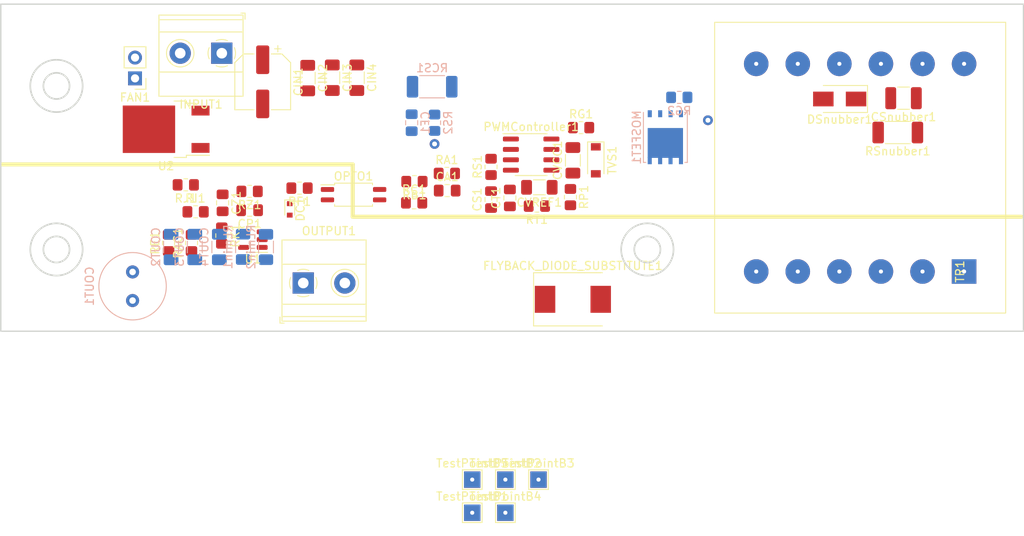
<source format=kicad_pcb>
(kicad_pcb (version 20211014) (generator pcbnew)
  (layers (0 "F.Cu" signal) (31 "B.Cu" signal) (34 "B.Paste" user) (35 "F.Paste" user) (36 "B.SilkS" user "B.Silkscreen") (37 "F.SilkS" user "F.Silkscreen") (38 "B.Mask" user) (39 "F.Mask" user) (44 "Edge.Cuts" user))
  (net 0 "")
  (net 1 "Net-(CSnubber1-Pad2)")
  (net 2 "Net-(FLYBACK_DIODE_SUBSTITUTE1-Pad2)")
  (net 3 "Net-(MOSFET1-Pad1)")
  (net 4 "Net-(MOSFET1-Pad4)")
  (net 5 "Net-(DSnubber1-Pad2)")
  (net 6 "Net-(CIN1-Pad1)")
  (net 7 "Net-(OPTO1-Pad1)")
  (net 8 "Net-(CP1-Pad1)")
  (net 9 "Net-(OPTO1-Pad3)")
  (net 10 "Net-(CVREF1-Pad1)")
  (net 11 "Net-(CA1-Pad2)")
  (net 12 "Net-(CA1-Pad1)")
  (net 13 "GND")
  (net 14 "Net-(PWMController1-Pad6)")
  (net 15 "Net-(CF1-Pad1)")
  (net 16 "GND1")
  (net 17 "Net-(CS1-Pad1)")
  (net 18 "Net-(CVCC1-Pad2)")
  (net 19 "Net-(RAC1-Pad2)")
  (net 20 "Net-(COUT1-Pad1)")
  (net 21 "Net-(CP1-Pad2)")
  (net 22 "Net-(CS1-Pad2)")
  (net 23 "Net-(CZ1-Pad1)")
  (net 24 "Net-(DC1-Pad1)")
  (footprint "Resistor_SMD:R_0805_2012Metric_Pad1.20x1.40mm_HandSolder" (layer "F.Cu") (at 37.6 37.1 180)
    (fp_text reference "RJ1" (at 0 -1.65) (layer "F.SilkS"))
    (fp_text value "R")
    (fp_line (start -0.227064 0.735) (end 0.227064 0.735) (layer "F.SilkS") (width 0.12))
    (fp_line (start -0.227064 -0.735) (end 0.227064 -0.735) (layer "F.SilkS") (width 0.12))
    (pad "1" smd roundrect (at -1 0 180) (size 1.2 1.4) (layers "F.Cu" "F.Paste" "F.Mask") (roundrect_rratio 0.208333) (net 8 "Net-(CP1-Pad1)"))
    (pad "2" smd roundrect (at 1 0 180) (size 1.2 1.4) (layers "F.Cu" "F.Paste" "F.Mask") (roundrect_rratio 0.208333) (net 24 "Net-(DC1-Pad1)"))
  )
  (footprint "Package_TO_SOT_SMD:TO-252-2" (layer "F.Cu") (at 35.2 30.3 180)
    (fp_text reference "U2" (at 0 -4.5) (layer "F.SilkS"))
    (fp_text value "LM7812_TO220")
    (fp_line (start -0.97 3.45) (end -2.47 3.45) (layer "F.SilkS") (width 0.12))
    (fp_line (start -2.47 3.18) (end -3.57 3.18) (layer "F.SilkS") (width 0.12))
    (fp_line (start -2.47 3.45) (end -2.47 3.18) (layer "F.SilkS") (width 0.12))
    (fp_line (start -2.47 -3.45) (end -2.47 -3.18) (layer "F.SilkS") (width 0.12))
    (fp_line (start -2.47 -3.18) (end -5.3 -3.18) (layer "F.SilkS") (width 0.12))
    (fp_line (start -0.97 -3.45) (end -2.47 -3.45) (layer "F.SilkS") (width 0.12))
    (pad "1" smd rect (at -4.2 -2.28 180) (size 2.2 1.2) (layers "F.Cu" "F.Paste" "F.Mask") (net 6 "Net-(CIN1-Pad1)"))
    (pad "2" smd rect (at 2.1 0 180) (size 6.4 5.8) (layers "F.Cu" "F.Mask") (net 13 "GND"))
    (pad "3" smd rect (at -4.2 2.28 180) (size 2.2 1.2) (layers "F.Cu" "F.Paste" "F.Mask") (net 18 "Net-(CVCC1-Pad2)"))
  )
  (footprint "kutup:sevgi-kafkasi" (layer "F.Cu") (at 132.7 47.7 90)
    (fp_text reference "TR1" (at 0 -0.5 90 unlocked) (layer "F.SilkS"))
    (fp_text value "ADT1-1")
    (fp_rect (start 30.48 5.08) (end -5.08 -30.48) (layer "F.SilkS") (width 0.12) (fill none))
    (pad "1" thru_hole rect (at 0 0 90) (size 3 3) (drill 0.5) (layers *.Cu *.Mask))
    (pad "2" thru_hole circle (at 0 -5.08 90) (size 3 3) (drill 0.5) (layers *.Cu *.Mask) (net 2 "Net-(FLYBACK_DIODE_SUBSTITUTE1-Pad2)"))
    (pad "3" thru_hole circle (at 0 -10.16 90) (size 3 3) (drill 0.5) (layers *.Cu *.Mask))
    (pad "4" thru_hole circle (at 0 -15.24 90) (size 3 3) (drill 0.5) (layers *.Cu *.Mask))
    (pad "5" thru_hole circle (at 0 -20.32 90) (size 3 3) (drill 0.5) (layers *.Cu *.Mask) (net 16 "GND1"))
    (pad "6" thru_hole circle (at 0 -25.4 90) (size 3 3) (drill 0.5) (layers *.Cu *.Mask))
    (pad "7" thru_hole circle (at 25.4 -25.4 90) (size 3 3) (drill 0.5) (layers *.Cu *.Mask))
    (pad "8" thru_hole circle (at 25.4 -20.32 90) (size 3 3) (drill 0.5) (layers *.Cu *.Mask) (net 5 "Net-(DSnubber1-Pad2)"))
    (pad "9" thru_hole circle (at 25.4 -15.24 90) (size 3 3) (drill 0.5) (layers *.Cu *.Mask))
    (pad "10" thru_hole circle (at 25.4 -10.16 90) (size 3 3) (drill 0.5) (layers *.Cu *.Mask))
    (pad "11" thru_hole circle (at 25.4 -5.08 90) (size 3 3) (drill 0.5) (layers *.Cu *.Mask) (net 6 "Net-(CIN1-Pad1)"))
    (pad "12" thru_hole circle (at 25.4 0 90) (size 3 3) (drill 0.5) (layers *.Cu *.Mask))
  )
  (footprint "Capacitor_SMD:C_1206_3216Metric_Pad1.33x1.80mm_HandSolder" (layer "F.Cu") (at 52.5 24.04 -90)
    (fp_text reference "CIN2" (at 0 -1.85 90) (layer "F.SilkS"))
    (fp_text value "10uF")
    (fp_line (start -0.711252 -0.91) (end 0.711252 -0.91) (layer "F.SilkS") (width 0.12))
    (fp_line (start -0.711252 0.91) (end 0.711252 0.91) (layer "F.SilkS") (width 0.12))
    (pad "1" smd roundrect (at -1.5625 0 270) (size 1.325 1.8) (layers "F.Cu" "F.Paste" "F.Mask") (roundrect_rratio 0.188679) (net 6 "Net-(CIN1-Pad1)"))
    (pad "2" smd roundrect (at 1.5625 0 270) (size 1.325 1.8) (layers "F.Cu" "F.Paste" "F.Mask") (roundrect_rratio 0.188679) (net 13 "GND"))
  )
  (footprint "Package_TO_SOT_SMD:SOT-23-5" (layer "F.Cu") (at 45.8 43.8 180)
    (fp_text reference "U1" (at 0 -2.4) (layer "F.SilkS"))
    (fp_text value "TL431DBV")
    (fp_line (start 0 1.56) (end 0.8 1.56) (layer "F.SilkS") (width 0.12))
    (fp_line (start 0 1.56) (end -0.8 1.56) (layer "F.SilkS") (width 0.12))
    (fp_line (start 0 -1.56) (end 0.8 -1.56) (layer "F.SilkS") (width 0.12))
    (fp_line (start 0 -1.56) (end -1.8 -1.56) (layer "F.SilkS") (width 0.12))
    (pad "1" smd roundrect (at -1.1375 -0.95 180) (size 1.325 0.6) (layers "F.Cu" "F.Paste" "F.Mask"))
    (pad "2" smd roundrect (at -1.1375 0 180) (size 1.325 0.6) (layers "F.Cu" "F.Paste" "F.Mask"))
    (pad "3" smd roundrect (at -1.1375 0.95 180) (size 1.325 0.6) (layers "F.Cu" "F.Paste" "F.Mask") (net 8 "Net-(CP1-Pad1)"))
    (pad "4" smd roundrect (at 1.1375 0.95 180) (size 1.325 0.6) (layers "F.Cu" "F.Paste" "F.Mask") (net 21 "Net-(CP1-Pad2)"))
    (pad "5" smd roundrect (at 1.1375 -0.95 180) (size 1.325 0.6) (layers "F.Cu" "F.Paste" "F.Mask") (net 16 "GND1"))
  )
  (footprint "Resistor_SMD:R_0805_2012Metric_Pad1.20x1.40mm_HandSolder" (layer "F.Cu") (at 42 43.3 -90)
    (fp_text reference "RK1" (at 0 -1.65 90) (layer "F.SilkS"))
    (fp_text value "R")
    (fp_line (start -0.227064 0.735) (end 0.227064 0.735) (layer "F.SilkS") (width 0.12))
    (fp_line (start -0.227064 -0.735) (end 0.227064 -0.735) (layer "F.SilkS") (width 0.12))
    (pad "1" smd roundrect (at -1 0 270) (size 1.2 1.4) (layers "F.Cu" "F.Paste" "F.Mask") (roundrect_rratio 0.208333) (net 21 "Net-(CP1-Pad2)"))
    (pad "2" smd roundrect (at 1 0 270) (size 1.2 1.4) (layers "F.Cu" "F.Paste" "F.Mask") (roundrect_rratio 0.208333) (net 16 "GND1"))
  )
  (footprint "kutup:TestPoint_THTPad_2.0x2.0mm_Drill1.0mm" (layer "F.Cu") (at 72.6 73.15)
    (fp_text reference "TestPointB5" (at 0 -1.998) (layer "F.SilkS"))
    (fp_text value "Conn_01x01_Female")
    (fp_line (start 1.2 1.2) (end -1.2 1.2) (layer "F.SilkS") (width 0.12))
    (fp_line (start -1.2 -1.2) (end 1.2 -1.2) (layer "F.SilkS") (width 0.12))
    (fp_line (start -1.2 1.2) (end -1.2 -1.2) (layer "F.SilkS") (width 0.12))
    (fp_line (start 1.2 -1.2) (end 1.2 1.2) (layer "F.SilkS") (width 0.12))
    (pad "1" thru_hole rect (at 0 0) (size 2 2) (drill 0.5) (layers *.Cu *.Mask) (net 19 "Net-(RAC1-Pad2)"))
  )
  (footprint "Resistor_SMD:R_0805_2012Metric_Pad1.20x1.40mm_HandSolder" (layer "F.Cu") (at 38.3 44.2 90)
    (fp_text reference "RAC1" (at 0 -1.65 90) (layer "F.SilkS"))
    (fp_text value "R")
    (fp_line (start -0.227064 -0.735) (end 0.227064 -0.735) (layer "F.SilkS") (width 0.12))
    (fp_line (start -0.227064 0.735) (end 0.227064 0.735) (layer "F.SilkS") (width 0.12))
    (pad "1" smd roundrect (at -1 0 90) (size 1.2 1.4) (layers "F.Cu" "F.Paste" "F.Mask") (roundrect_rratio 0.208333) (net 20 "Net-(COUT1-Pad1)"))
    (pad "2" smd roundrect (at 1 0 90) (size 1.2 1.4) (layers "F.Cu" "F.Paste" "F.Mask") (roundrect_rratio 0.208333) (net 19 "Net-(RAC1-Pad2)"))
  )
  (footprint "Resistor_SMD:R_0805_2012Metric_Pad1.20x1.40mm_HandSolder" (layer "F.Cu") (at 45.4 37.9 180)
    (fp_text reference "RZ1" (at 0 -1.65) (layer "F.SilkS"))
    (fp_text value "R")
    (fp_line (start -0.227064 0.735) (end 0.227064 0.735) (layer "F.SilkS") (width 0.12))
    (fp_line (start -0.227064 -0.735) (end 0.227064 -0.735) (layer "F.SilkS") (width 0.12))
    (pad "1" smd roundrect (at -1 0 180) (size 1.2 1.4) (layers "F.Cu" "F.Paste" "F.Mask") (roundrect_rratio 0.208333) (net 8 "Net-(CP1-Pad1)"))
    (pad "2" smd roundrect (at 1 0 180) (size 1.2 1.4) (layers "F.Cu" "F.Paste" "F.Mask") (roundrect_rratio 0.208333) (net 23 "Net-(CZ1-Pad1)"))
  )
  (footprint "Capacitor_SMD:CP_Elec_6.3x7.7" (layer "F.Cu") (at 47 24.5 -90)
    (fp_text reference "CIN1" (at 0 -4.35 90) (layer "F.SilkS"))
    (fp_text value "47uF")
    (fp_line (start 3.41 3.41) (end 3.41 1.06) (layer "F.SilkS") (width 0.12))
    (fp_line (start -3.41 -2.345563) (end -2.345563 -3.41) (layer "F.SilkS") (width 0.12))
    (fp_line (start -2.345563 3.41) (end 3.41 3.41) (layer "F.SilkS") (width 0.12))
    (fp_line (start -3.41 2.345563) (end -2.345563 3.41) (layer "F.SilkS") (width 0.12))
    (fp_line (start -4.4375 -1.8475) (end -3.65 -1.8475) (layer "F.SilkS") (width 0.12))
    (fp_line (start -4.04375 -2.24125) (end -4.04375 -1.45375) (layer "F.SilkS") (width 0.12))
    (fp_line (start -3.41 -2.345563) (end -3.41 -1.06) (layer "F.SilkS") (width 0.12))
    (fp_line (start 3.41 -3.41) (end 3.41 -1.06) (layer "F.SilkS") (width 0.12))
    (fp_line (start -2.345563 -3.41) (end 3.41 -3.41) (layer "F.SilkS") (width 0.12))
    (fp_line (start -3.41 2.345563) (end -3.41 1.06) (layer "F.SilkS") (width 0.12))
    (pad "1" smd roundrect (at -2.7 0 270) (size 3.5 1.6) (layers "F.Cu" "F.Paste" "F.Mask") (roundrect_rratio 0.15625) (net 6 "Net-(CIN1-Pad1)"))
    (pad "2" smd roundrect (at 2.7 0 270) (size 3.5 1.6) (layers "F.Cu" "F.Paste" "F.Mask") (roundrect_rratio 0.15625) (net 13 "GND"))
  )
  (footprint "Package_SO:SOIC-8_3.9x4.9mm_P1.27mm" (layer "F.Cu") (at 79.8 33.4)
    (fp_text reference "PWMController1" (at 0 -3.4) (layer "F.SilkS"))
    (fp_text value "UC3843_SOIC8")
    (fp_line (start 0 -2.56) (end -3.45 -2.56) (layer "F.SilkS") (width 0.12))
    (fp_line (start 0 -2.56) (end 1.95 -2.56) (layer "F.SilkS") (width 0.12))
    (fp_line (start 0 2.56) (end 1.95 2.56) (layer "F.SilkS") (width 0.12))
    (fp_line (start 0 2.56) (end -1.95 2.56) (layer "F.SilkS") (width 0.12))
    (pad "1" smd roundrect (at -2.475 -1.905) (size 1.95 0.6) (layers "F.Cu" "F.Paste" "F.Mask") (net 11 "Net-(CA1-Pad2)"))
    (pad "2" smd roundrect (at -2.475 -0.635) (size 1.95 0.6) (layers "F.Cu" "F.Paste" "F.Mask") (net 12 "Net-(CA1-Pad1)"))
    (pad "3" smd roundrect (at -2.475 0.635) (size 1.95 0.6) (layers "F.Cu" "F.Paste" "F.Mask") (net 15 "Net-(CF1-Pad1)"))
    (pad "4" smd roundrect (at -2.475 1.905) (size 1.95 0.6) (layers "F.Cu" "F.Paste" "F.Mask") (net 17 "Net-(CS1-Pad1)"))
    (pad "5" smd roundrect (at 2.475 1.905) (size 1.95 0.6) (layers "F.Cu" "F.Paste" "F.Mask") (net 13 "GND"))
    (pad "6" smd roundrect (at 2.475 0.635) (size 1.95 0.6) (layers "F.Cu" "F.Paste" "F.Mask") (net 14 "Net-(PWMController1-Pad6)"))
    (pad "7" smd roundrect (at 2.475 -0.635) (size 1.95 0.6) (layers "F.Cu" "F.Paste" "F.Mask") (net 18 "Net-(CVCC1-Pad2)"))
    (pad "8" smd roundrect (at 2.475 -1.905) (size 1.95 0.6) (layers "F.Cu" "F.Paste" "F.Mask") (net 10 "Net-(CVREF1-Pad1)"))
  )
  (footprint "kutup:TestPoint_THTPad_2.0x2.0mm_Drill1.0mm" (layer "F.Cu") (at 72.6 77.2)
    (fp_text reference "TestPointB1" (at 0 -1.998) (layer "F.SilkS"))
    (fp_text value "Conn_01x01_Female")
    (fp_line (start 1.2 1.2) (end -1.2 1.2) (layer "F.SilkS") (width 0.12))
    (fp_line (start 1.2 -1.2) (end 1.2 1.2) (layer "F.SilkS") (width 0.12))
    (fp_line (start -1.2 -1.2) (end 1.2 -1.2) (layer "F.SilkS") (width 0.12))
    (fp_line (start -1.2 1.2) (end -1.2 -1.2) (layer "F.SilkS") (width 0.12))
    (pad "1" thru_hole rect (at 0 0) (size 2 2) (drill 0.5) (layers *.Cu *.Mask) (net 9 "Net-(OPTO1-Pad3)"))
  )
  (footprint "Resistor_SMD:R_0805_2012Metric_Pad1.20x1.40mm_HandSolder" (layer "F.Cu") (at 84.6 38.6 -90)
    (fp_text reference "RP1" (at 0 -1.65 90) (layer "F.SilkS"))
    (fp_text value "R")
    (fp_line (start -0.227064 -0.735) (end 0.227064 -0.735) (layer "F.SilkS") (width 0.12))
    (fp_line (start -0.227064 0.735) (end 0.227064 0.735) (layer "F.SilkS") (width 0.12))
    (pad "1" smd roundrect (at -1 0 270) (size 1.2 1.4) (layers "F.Cu" "F.Paste" "F.Mask") (roundrect_rratio 0.208333) (net 10 "Net-(CVREF1-Pad1)"))
    (pad "2" smd roundrect (at 1 0 270) (size 1.2 1.4) (layers "F.Cu" "F.Paste" "F.Mask") (roundrect_rratio 0.208333) (net 15 "Net-(CF1-Pad1)"))
  )
  (footprint "TerminalBlock_Phoenix:TerminalBlock_Phoenix_MKDS-1,5-2-5.08_1x02_P5.08mm_Horizontal" (layer "F.Cu") (at 51.955 49.105)
    (fp_text reference "OUTPUT1" (at 3.14 -6.36) (layer "F.SilkS"))
    (fp_text value "Conn_01x02_Female")
    (fp_line (start 7.68 -5.261) (end 7.68 4.66) (layer "F.SilkS") (width 0.12))
    (fp_line (start -2.84 4.9) (end -2.34 4.9) (layer "F.SilkS") (width 0.12))
    (fp_line (start 3.853 1.023) (end 3.806 1.069) (layer "F.SilkS") (width 0.12))
    (fp_line (start 4.046 1.239) (end 4.011 1.274) (layer "F.SilkS") (width 0.12))
    (fp_line (start 6.355 -1.069) (end 6.308 -1.023) (layer "F.SilkS") (width 0.12))
    (fp_line (start -2.84 4.16) (end -2.84 4.9) (layer "F.SilkS") (width 0.12))
    (fp_line (start -2.6 -2.301) (end 7.68 -2.301) (layer "F.SilkS") (width 0.12))
    (fp_line (start -2.6 4.1) (end 7.68 4.1) (layer "F.SilkS") (width 0.12))
    (fp_line (start -2.6 2.6) (end 7.68 2.6) (layer "F.SilkS") (width 0.12))
    (fp_line (start 6.15 -1.275) (end 6.115 -1.239) (layer "F.SilkS") (width 0.12))
    (fp_line (start -2.6 -5.261) (end -2.6 4.66) (layer "F.SilkS") (width 0.12))
    (fp_line (start -2.6 4.66) (end 7.68 4.66) (layer "F.SilkS") (width 0.12))
    (fp_line (start -2.6 -5.261) (end 7.68 -5.261) (layer "F.SilkS") (width 0.12))
    (fp_arc (start 1.535427 -0.683042) (mid 1.680501 0.000524) (end 1.535 0.684) (layer "F.SilkS") (width 0.12))
    (fp_arc (start 0.028805 1.680253) (mid -0.335551 1.646659) (end -0.684 1.535) (layer "F.SilkS") (width 0.12))
    (fp_arc (start 0.683318 1.534756) (mid 0.349292 1.643288) (end 0 1.68) (layer "F.SilkS") (width 0.12))
    (fp_arc (start -0.683042 -1.535427) (mid 0.000524 -1.680501) (end 0.684 -1.535) (layer "F.SilkS") (width 0.12))
    (fp_arc (start -1.535427 0.683042) (mid -1.680501 -0.000524) (end -1.535 -0.684) (layer "F.SilkS") (width 0.12))
    (fp_circle (center 5.08 0) (end 6.76 0) (layer "F.SilkS") (width 0.12) (fill none))
    (pad "1" thru_hole rect (at 0 0) (size 2.6 2.6) (drill 1.3) (layers *.Cu *.Mask) (net 16 "GND1"))
    (pad "2" thru_hole circle (at 5.08 0) (size 2.6 2.6) (drill 1.3) (layers *.Cu *.Mask) (net 20 "Net-(COUT1-Pad1)"))
  )
  (footprint "Resistor_SMD:R_0805_2012Metric_Pad1.20x1.40mm_HandSolder" (layer "F.Cu") (at 65.5 39.3)
    (fp_text reference "RC1" (at 0 -1.65) (layer "F.SilkS"))
    (fp_text value "R")
    (fp_line (start -0.227064 0.735) (end 0.227064 0.735) (layer "F.SilkS") (width 0.12))
    (fp_line (start -0.227064 -0.735) (end 0.227064 -0.735) (layer "F.SilkS") (width 0.12))
    (pad "1" smd roundrect (at -1 0) (size 1.2 1.4) (layers "F.Cu" "F.Paste" "F.Mask") (roundrect_rratio 0.208333) (net 9 "Net-(OPTO1-Pad3)"))
    (pad "2" smd roundrect (at 1 0) (size 1.2 1.4) (layers "F.Cu" "F.Paste" "F.Mask") (roundrect_rratio 0.208333) (net 13 "GND"))
  )
  (footprint "Resistor_SMD:R_0805_2012Metric_Pad1.20x1.40mm_HandSolder" (layer "F.Cu") (at 51.5 37.5 180)
    (fp_text reference "RF1" (at 0 -1.65) (layer "F.SilkS"))
    (fp_text value "R")
    (fp_line (start -0.227064 0.735) (end 0.227064 0.735) (layer "F.SilkS") (width 0.12))
    (fp_line (start -0.227064 -0.735) (end 0.227064 -0.735) (layer "F.SilkS") (width 0.12))
    (pad "1" smd roundrect (at -1 0 180) (size 1.2 1.4) (layers "F.Cu" "F.Paste" "F.Mask") (roundrect_rratio 0.208333) (net 7 "Net-(OPTO1-Pad1)"))
    (pad "2" smd roundrect (at 1 0 180) (size 1.2 1.4) (layers "F.Cu" "F.Paste" "F.Mask") (roundrect_rratio 0.208333) (net 24 "Net-(DC1-Pad1)"))
  )
  (footprint "Resistor_SMD:R_0805_2012Metric_Pad1.20x1.40mm_HandSolder" (layer "F.Cu") (at 65.5375 36.7 180)
    (fp_text reference "RB1" (at 0 -1.65) (layer "F.SilkS"))
    (fp_text value "R")
    (fp_line (start -0.227064 0.735) (end 0.227064 0.735) (layer "F.SilkS") (width 0.12))
    (fp_line (start -0.227064 -0.735) (end 0.227064 -0.735) (layer "F.SilkS") (width 0.12))
    (pad "1" smd roundrect (at -1 0 180) (size 1.2 1.4) (layers "F.Cu" "F.Paste" "F.Mask") (roundrect_rratio 0.208333) (net 12 "Net-(CA1-Pad1)"))
    (pad "2" smd roundrect (at 1 0 180) (size 1.2 1.4) (layers "F.Cu" "F.Paste" "F.Mask") (roundrect_rratio 0.208333) (net 9 "Net-(OPTO1-Pad3)"))
  )
  (footprint "Resistor_SMD:R_0805_2012Metric_Pad1.20x1.40mm_HandSolder" (layer "F.Cu") (at 69.5 35.7)
    (fp_text reference "RA1" (at 0 -1.65) (layer "F.SilkS"))
    (fp_text value "R")
    (fp_line (start -0.227064 -0.735) (end 0.227064 -0.735) (layer "F.SilkS") (width 0.12))
    (fp_line (start -0.227064 0.735) (end 0.227064 0.735) (layer "F.SilkS") (width 0.12))
    (pad "1" smd roundrect (at -1 0) (size 1.2 1.4) (layers "F.Cu" "F.Paste" "F.Mask") (roundrect_rratio 0.208333) (net 12 "Net-(CA1-Pad1)"))
    (pad "2" smd roundrect (at 1 0) (size 1.2 1.4) (layers "F.Cu" "F.Paste" "F.Mask") (roundrect_rratio 0.208333) (net 11 "Net-(CA1-Pad2)"))
  )
  (footprint "Diode_SMD:D_SMC" (layer "F.Cu") (at 84.9 51.1)
    (fp_text reference "FLYBACK_DIODE_SUBSTITUTE1" (at 0 -4.1) (layer "F.SilkS"))
    (fp_text value "Z3SMCxxx")
    (fp_line (start -4.8 -3.25) (end 3.6 -3.25) (layer "F.SilkS") (width 0.12))
    (fp_line (start -4.8 3.25) (end -4.8 -3.25) (layer "F.SilkS") (width 0.12))
    (fp_line (start -4.8 3.25) (end 3.6 3.25) (layer "F.SilkS") (width 0.12))
    (pad "1" smd rect (at -3.4 0 90) (size 3.3 2.5) (layers "F.Cu" "F.Paste" "F.Mask") (net 20 "Net-(COUT1-Pad1)"))
    (pad "2" smd rect (at 3.4 0 90) (size 3.3 2.5) (layers "F.Cu" "F.Paste" "F.Mask") (net 2 "Net-(FLYBACK_DIODE_SUBSTITUTE1-Pad2)"))
  )
  (footprint "Capacitor_SMD:C_1206_3216Metric_Pad1.33x1.80mm_HandSolder" (layer "F.Cu") (at 58.5 24 -90)
    (fp_text reference "CIN4" (at 0 -1.85 90) (layer "F.SilkS"))
    (fp_text value "100nF")
    (fp_line (start -0.711252 0.91) (end 0.711252 0.91) (layer "F.SilkS") (width 0.12))
    (fp_line (start -0.711252 -0.91) (end 0.711252 -0.91) (layer "F.SilkS") (width 0.12))
    (pad "1" smd roundrect (at -1.5625 0 270) (size 1.325 1.8) (layers "F.Cu" "F.Paste" "F.Mask") (roundrect_rratio 0.188679) (net 6 "Net-(CIN1-Pad1)"))
    (pad "2" smd roundrect (at 1.5625 0 270) (size 1.325 1.8) (layers "F.Cu" "F.Paste" "F.Mask") (roundrect_rratio 0.188679) (net 13 "GND"))
  )
  (footprint "Diode_SMD:D_SOD-123" (layer "F.Cu") (at 87.7 34.1 -90)
    (fp_text reference "TVS1" (at 0 -2 -90) (layer "F.SilkS"))
    (fp_text value "MBRA340")
    (fp_line (start -2.25 -1) (end -2.25 1) (layer "F.SilkS") (width 0.12))
    (fp_line (start -2.25 -1) (end 1.65 -1) (layer "F.SilkS") (width 0.12))
    (fp_line (start -2.25 1) (end 1.65 1) (layer "F.SilkS") (width 0.12))
    (pad "1" smd rect (at -1.65 0 270) (size 0.9 1.2) (layers "F.Cu" "F.Paste" "F.Mask") (net 18 "Net-(CVCC1-Pad2)"))
    (pad "2" smd rect (at 1.65 0 270) (size 0.9 1.2) (layers "F.Cu" "F.Paste" "F.Mask") (net 13 "GND"))
  )
  (footprint "kutup:TestPoint_THTPad_2.0x2.0mm_Drill1.0mm" (layer "F.Cu") (at 80.7 73.15)
    (fp_text reference "TestPointB3" (at 0 -1.998) (layer "F.SilkS"))
    (fp_text value "Conn_01x01_Female")
    (fp_line (start 1.2 1.2) (end -1.2 1.2) (layer "F.SilkS") (width 0.12))
    (fp_line (start -1.2 -1.2) (end 1.2 -1.2) (layer "F.SilkS") (width 0.12))
    (fp_line (start -1.2 1.2) (end -1.2 -1.2) (layer "F.SilkS") (width 0.12))
    (fp_line (start 1.2 -1.2) (end 1.2 1.2) (layer "F.SilkS") (width 0.12))
    (pad "1" thru_hole rect (at 0 0) (size 2 2) (drill 0.5) (layers *.Cu *.Mask) (net 8 "Net-(CP1-Pad1)"))
  )
  (footprint "Capacitor_SMD:C_1210_3225Metric_Pad1.33x2.70mm_HandSolder" (layer "F.Cu") (at 125.3 26.5 180)
    (fp_text reference "CSnubber1" (at 0 -2.3) (layer "F.SilkS"))
    (fp_text value "C")
    (fp_line (start -0.711252 1.36) (end 0.711252 1.36) (layer "F.SilkS") (width 0.12))
    (fp_line (start -0.711252 -1.36) (end 0.711252 -1.36) (layer "F.SilkS") (width 0.12))
    (pad "1" smd roundrect (at -1.5625 0 180) (size 1.325 2.7) (layers "F.Cu" "F.Paste" "F.Mask") (roundrect_rratio 0.188679) (net 6 "Net-(CIN1-Pad1)"))
    (pad "2" smd roundrect (at 1.5625 0 180) (size 1.325 2.7) (layers "F.Cu" "F.Paste" "F.Mask") (roundrect_rratio 0.188679) (net 1 "Net-(CSnubber1-Pad2)"))
  )
  (footprint "kutup:TestPoint_THTPad_2.0x2.0mm_Drill1.0mm" (layer "F.Cu") (at 76.65 73.15)
    (fp_text reference "TestPointB2" (at 0 -1.998) (layer "F.SilkS"))
    (fp_text value "Conn_01x01_Female")
    (fp_line (start 1.2 1.2) (end -1.2 1.2) (layer "F.SilkS") (width 0.12))
    (fp_line (start -1.2 1.2) (end -1.2 -1.2) (layer "F.SilkS") (width 0.12))
    (fp_line (start 1.2 -1.2) (end 1.2 1.2) (layer "F.SilkS") (width 0.12))
    (fp_line (start -1.2 -1.2) (end 1.2 -1.2) (layer "F.SilkS") (width 0.12))
    (pad "1" thru_hole rect (at 0 0) (size 2 2) (drill 0.5) (layers *.Cu *.Mask) (net 11 "Net-(CA1-Pad2)"))
  )
  (footprint "Resistor_SMD:R_0805_2012Metric_Pad1.20x1.40mm_HandSolder" (layer "F.Cu") (at 85.9 30.1)
    (fp_text reference "RG1" (at 0 -1.65) (layer "F.SilkS"))
    (fp_text value "R")
    (fp_line (start -0.227064 0.735) (end 0.227064 0.735) (layer "F.SilkS") (width 0.12))
    (fp_line (start -0.227064 -0.735) (end 0.227064 -0.735) (layer "F.SilkS") (width 0.12))
    (pad "1" smd roundrect (at -1 0) (size 1.2 1.4) (layers "F.Cu" "F.Paste" "F.Mask") (roundrect_rratio 0.208333) (net 14 "Net-(PWMController1-Pad6)"))
    (pad "2" smd roundrect (at 1 0) (size 1.2 1.4) (layers "F.Cu" "F.Paste" "F.Mask") (roundrect_rratio 0.208333) (net 4 "Net-(MOSFET1-Pad4)"))
  )
  (footprint "Capacitor_SMD:C_0805_2012Metric_Pad1.18x1.45mm_HandSolder" (layer "F.Cu") (at 74.9 38.9 90)
    (fp_text reference "CS1" (at 0 -1.68 90) (layer "F.SilkS"))
    (fp_text value "C")
    (fp_line (start -0.261252 0.735) (end 0.261252 0.735) (layer "F.SilkS") (width 0.12))
    (fp_line (start -0.261252 -0.735) (end 0.261252 -0.735) (layer "F.SilkS") (width 0.12))
    (pad "1" smd roundrect (at -1.0375 0 90) (size 1.175 1.45) (layers "F.Cu" "F.Paste" "F.Mask") (roundrect_rratio 0.212766) (net 17 "Net-(CS1-Pad1)"))
    (pad "2" smd roundrect (at 1.0375 0 90) (size 1.175 1.45) (layers "F.Cu" "F.Paste" "F.Mask") (roundrect_rratio 0.212766) (net 22 "Net-(CS1-Pad2)"))
  )
  (footprint "Resistor_SMD:R_0805_2012Metric_Pad1.20x1.40mm_HandSolder" (layer "F.Cu") (at 38.8 40.4)
    (fp_text reference "RI1" (at 0 -1.65) (layer "F.SilkS"))
    (fp_text value "R")
    (fp_line (start -0.227064 -0.735) (end 0.227064 -0.735) (layer "F.SilkS") (width 0.12))
    (fp_line (start -0.227064 0.735) (end 0.227064 0.735) (layer "F.SilkS") (width 0.12))
    (pad "1" smd roundrect (at -1 0) (size 1.2 1.4) (layers "F.Cu" "F.Paste" "F.Mask") (roundrect_rratio 0.208333) (net 19 "Net-(RAC1-Pad2)"))
    (pad "2" smd roundrect (at 1 0) (size 1.2 1.4) (layers "F.Cu" "F.Paste" "F.Mask") (roundrect_rratio 0.208333) (net 21 "Net-(CP1-Pad2)"))
  )
  (footprint "Diode_SMD:D_SMA" (layer "F.Cu") (at 117.5 26.6 180)
    (fp_text reference "DSnubber1" (at 0 -2.5) (layer "F.SilkS"))
    (fp_text value "MBRA340")
    (fp_line (start -3.4 -1.65) (end -3.4 1.65) (layer "F.SilkS") (width 0.12))
    (fp_line (start -3.4 1.65) (end 2 1.65) (layer "F.SilkS") (width 0.12))
    (fp_line (start -3.4 -1.65) (end 2 -1.65) (layer "F.SilkS") (width 0.12))
    (pad "1" smd rect (at -2 0 180) (size 2.5 1.8) (layers "F.Cu" "F.Paste" "F.Mask") (net 1 "Net-(CSnubber1-Pad2)"))
    (pad "2" smd rect (at 2 0 180) (size 2.5 1.8) (layers "F.Cu" "F.Paste" "F.Mask") (net 5 "Net-(DSnubber1-Pad2)"))
  )
  (footprint "Capacitor_SMD:C_1206_3216Metric_Pad1.33x1.80mm_HandSolder" (layer "F.Cu") (at 80.8 37.4 180)
    (fp_text reference "CVREF1" (at 0 -1.85) (layer "F.SilkS"))
    (fp_text value "1uF")
    (fp_line (start -0.711252 0.91) (end 0.711252 0.91) (layer "F.SilkS") (width 0.12))
    (fp_line (start -0.711252 -0.91) (end 0.711252 -0.91) (layer "F.SilkS") (width 0.12))
    (pad "1" smd roundrect (at -1.5625 0 180) (size 1.325 1.8) (layers "F.Cu" "F.Paste" "F.Mask") (roundrect_rratio 0.188679) (net 10 "Net-(CVREF1-Pad1)"))
    (pad "2" smd roundrect (at 1.5625 0 180) (size 1.325 1.8) (layers "F.Cu" "F.Paste" "F.Mask") (roundrect_rratio 0.188679) (net 13 "GND"))
  )
  (footprint "kutup:TestPoint_THTPad_2.0x2.0mm_Drill1.0mm" (layer "F.Cu") (at 76.65 77.2)
    (fp_text reference "TestPointB4" (at 0 -1.998) (layer "F.SilkS"))
    (fp_text value "Conn_01x01_Female")
    (fp_line (start 1.2 -1.2) (end 1.2 1.2) (layer "F.SilkS") (width 0.12))
    (fp_line (start -1.2 1.2) (end -1.2 -1.2) (layer "F.SilkS") (width 0.12))
    (fp_line (start 1.2 1.2) (end -1.2 1.2) (layer "F.SilkS") (width 0.12))
    (fp_line (start -1.2 -1.2) (end 1.2 -1.2) (layer "F.SilkS") (width 0.12))
    (pad "1" thru_hole rect (at 0 0) (size 2 2) (drill 0.5) (layers *.Cu *.Mask) (net 20 "Net-(COUT1-Pad1)"))
  )
  (footprint "Capacitor_SMD:C_0805_2012Metric_Pad1.18x1.45mm_HandSolder" (layer "F.Cu") (at 69.5375 37.8)
    (fp_text reference "CA1" (at 0 -1.68) (layer "F.SilkS"))
    (fp_text value "C")
    (fp_line (start -0.261252 -0.735) (end 0.261252 -0.735) (layer "F.SilkS") (width 0.12))
    (fp_line (start -0.261252 0.735) (end 0.261252 0.735) (layer "F.SilkS") (width 0.12))
    (pad "1" smd roundrect (at -1.0375 0) (size 1.175 1.45) (layers "F.Cu" "F.Paste" "F.Mask") (roundrect_rratio 0.212766) (net 12 "Net-(CA1-Pad1)"))
    (pad "2" smd roundrect (at 1.0375 0) (size 1.175 1.45) (layers "F.Cu" "F.Paste" "F.Mask") (roundrect_rratio 0.212766) (net 11 "Net-(CA1-Pad2)"))
  )
  (footprint "Capacitor_SMD:C_0805_2012Metric_Pad1.18x1.45mm_HandSolder" (layer "F.Cu") (at 45.4 40.2 180)
    (fp_text reference "CP1" (at 0 -1.68) (layer "F.SilkS"))
    (fp_text value "C")
    (fp_line (start -0.261252 -0.735) (end 0.261252 -0.735) (layer "F.SilkS") (width 0.12))
    (fp_line (start -0.261252 0.735) (end 0.261252 0.735) (layer "F.SilkS") (width 0.12))
    (pad "1" smd roundrect (at -1.0375 0 180) (size 1.175 1.45) (layers "F.Cu" "F.Paste" "F.Mask") (roundrect_rratio 0.212766) (net 8 "Net-(CP1-Pad1)"))
    (pad "2" smd roundrect (at 1.0375 0 180) (size 1.175 1.45) (layers "F.Cu" "F.Paste" "F.Mask") (roundrect_rratio 0.212766) (net 21 "Net-(CP1-Pad2)"))
  )
  (footprint "Resistor_SMD:R_2010_5025Metric_Pad1.40x2.65mm_HandSolder" (layer "F.Cu") (at 124.6 30.7 180)
    (fp_text reference "RSnubber1" (at 0 -2.28) (layer "F.SilkS"))
    (fp_text value "R")
    (fp_line (start -1.527064 1.36) (end 1.527064 1.36) (layer "F.SilkS") (width 0.12))
    (fp_line (start -1.527064 -1.36) (end 1.527064 -1.36) (layer "F.SilkS") (width 0.12))
    (pad "1" smd roundrect (at -2.4 0 180) (size 1.4 2.65) (layers "F.Cu" "F.Paste" "F.Mask") (roundrect_rratio 0.178571) (net 6 "Net-(CIN1-Pad1)"))
    (pad "2" smd roundrect (at 2.4 0 180) (size 1.4 2.65) (layers "F.Cu" "F.Paste" "F.Mask") (roundrect_rratio 0.178571) (net 1 "Net-(CSnubber1-Pad2)"))
  )
  (footprint "Capacitor_SMD:C_1206_3216Metric_Pad1.33x1.80mm_HandSolder" (layer "F.Cu") (at 84.9 34.1 90)
    (fp_text reference "CVCC1" (at 0 -1.85 90) (layer "F.SilkS"))
    (fp_text value "1uF")
    (fp_line (start -0.711252 0.91) (end 0.711252 0.91) (layer "F.SilkS") (width 0.12))
    (fp_line (start -0.711252 -0.91) (end 0.711252 -0.91) (layer "F.SilkS") (width 0.12))
    (pad "1" smd roundrect (at -1.5625 0 90) (size 1.325 1.8) (layers "F.Cu" "F.Paste" "F.Mask") (roundrect_rratio 0.188679) (net 13 "GND"))
    (pad "2" smd roundrect (at 1.5625 0 90) (size 1.325 1.8) (layers "F.Cu" "F.Paste" "F.Mask") (roundrect_rratio 0.188679) (net 18 "Net-(CVCC1-Pad2)"))
  )
  (footprint "Resistor_SMD:R_0805_2012Metric_Pad1.20x1.40mm_HandSolder" (layer "F.Cu") (at 35.5 44.2 90)
    (fp_text reference "RE1" (at 0 -1.65 90) (layer "F.SilkS"))
    (fp_text value "R")
    (fp_line (start -0.227064 0.735) (end 0.227064 0.735) (layer "F.SilkS") (width 0.12))
    (fp_line (start -0.227064 -0.735) (end 0.227064 -0.735) (layer "F.SilkS") (width 0.12))
    (pad "1" smd roundrect (at -1 0 90) (size 1.2 1.4) (layers "F.Cu" "F.Paste" "F.Mask") (roundrect_rratio 0.208333) (net 20 "Net-(COUT1-Pad1)"))
    (pad "2" smd roundrect (at 1 0 90) (size 1.2 1.4) (layers "F.Cu" "F.Paste" "F.Mask") (roundrect_rratio 0.208333) (net 24 "Net-(DC1-Pad1)"))
  )
  (footprint "Capacitor_SMD:C_1206_3216Metric_Pad1.33x1.80mm_HandSolder" (layer "F.Cu") (at 55.5 24 -90)
    (fp_text reference "CIN3" (at 0 -1.85 90) (layer "F.SilkS"))
    (fp_text value "10uF")
    (fp_line (start -0.711252 -0.91) (end 0.711252 -0.91) (layer "F.SilkS") (width 0.12))
    (fp_line (start -0.711252 0.91) (end 0.711252 0.91) (layer "F.SilkS") (width 0.12))
    (pad "1" smd roundrect (at -1.5625 0 270) (size 1.325 1.8) (layers "F.Cu" "F.Paste" "F.Mask") (roundrect_rratio 0.188679) (net 6 "Net-(CIN1-Pad1)"))
    (pad "2" smd roundrect (at 1.5625 0 270) (size 1.325 1.8) (layers "F.Cu" "F.Paste" "F.Mask") (roundrect_rratio 0.188679) (net 13 "GND"))
  )
  (footprint "TerminalBlock_Phoenix:TerminalBlock_Phoenix_MKDS-1,5-2-5.08_1x02_P5.08mm_Horizontal" (layer "F.Cu") (at 42 21 180)
    (fp_text reference "INPUT1" (at 2.54 -6.26) (layer "F.SilkS"))
    (fp_text value "Conn_01x02_Female")
    (fp_line (start 7.68 -5.261) (end 7.68 4.66) (layer "F.SilkS") (width 0.12))
    (fp_line (start -2.6 -2.301) (end 7.68 -2.301) (layer "F.SilkS") (width 0.12))
    (fp_line (start 6.15 -1.275) (end 6.115 -1.239) (layer "F.SilkS") (width 0.12))
    (fp_line (start -2.6 2.6) (end 7.68 2.6) (layer "F.SilkS") (width 0.12))
    (fp_line (start -2.6 4.66) (end 7.68 4.66) (layer "F.SilkS") (width 0.12))
    (fp_line (start -2.6 -5.261) (end -2.6 4.66) (layer "F.SilkS") (width 0.12))
    (fp_line (start 4.046 1.239) (end 4.011 1.274) (layer "F.SilkS") (width 0.12))
    (fp_line (start -2.6 4.1) (end 7.68 4.1) (layer "F.SilkS") (width 0.12))
    (fp_line (start -2.84 4.9) (end -2.34 4.9) (layer "F.SilkS") (width 0.12))
    (fp_line (start 3.853 1.023) (end 3.806 1.069) (layer "F.SilkS") (width 0.12))
    (fp_line (start -2.84 4.16) (end -2.84 4.9) (layer "F.SilkS") (width 0.12))
    (fp_line (start 6.355 -1.069) (end 6.308 -1.023) (layer "F.SilkS") (width 0.12))
    (fp_line (start -2.6 -5.261) (end 7.68 -5.261) (layer "F.SilkS") (width 0.12))
    (fp_arc (start 0.683318 1.534756) (mid 0.349292 1.643288) (end 0 1.68) (layer "F.SilkS") (width 0.12))
    (fp_arc (start -1.535427 0.683042) (mid -1.680501 -0.000524) (end -1.535 -0.684) (layer "F.SilkS") (width 0.12))
    (fp_arc (start 1.535427 -0.683042) (mid 1.680501 0.000524) (end 1.535 0.684) (layer "F.SilkS") (width 0.12))
    (fp_arc (start -0.683042 -1.535427) (mid 0.000524 -1.680501) (end 0.684 -1.535) (layer "F.SilkS") (width 0.12))
    (fp_arc (start 0.028805 1.680253) (mid -0.335551 1.646659) (end -0.684 1.535) (layer "F.SilkS") (width 0.12))
    (fp_circle (center 5.08 0) (end 6.76 0) (layer "F.SilkS") (width 0.12) (fill none))
    (pad "1" thru_hole rect (at 0 0 180) (size 2.6 2.6) (drill 1.3) (layers *.Cu *.Mask) (net 13 "GND"))
    (pad "2" thru_hole circle (at 5.08 0 180) (size 2.6 2.6) (drill 1.3) (layers *.Cu *.Mask) (net 6 "Net-(CIN1-Pad1)"))
  )
  (footprint "Package_SO:SOP-4_4.4x2.6mm_P1.27mm" (layer "F.Cu") (at 58.1 38.3)
    (fp_text reference "OPTO1" (at 0 -2.25) (layer "F.SilkS"))
    (fp_text value "TCMT1107")
    (fp_line (start -2.31 1.41) (end -2.31 1.195) (layer "F.SilkS") (width 0.12))
    (fp_line (start 0 -1.41) (end -2.31 -1.41) (layer "F.SilkS") (width 0.12))
    (fp_line (start -2.31 -1.195) (end -4 -1.195) (layer "F.SilkS") (width 0.12))
    (fp_line (start 0 1.41) (end 2.31 1.41) (layer "F.SilkS") (width 0.12))
    (fp_line (start 2.31 -1.41) (end 2.31 -1.195) (layer "F.SilkS") (width 0.12))
    (fp_line (start -2.31 -1.41) (end -2.31 -1.195) (layer "F.SilkS") (width 0.12))
    (fp_line (start 0 1.41) (end -2.31 1.41) (layer "F.SilkS") (width 0.12))
    (fp_line (start 0 -1.41) (end 2.31 -1.41) (layer "F.SilkS") (width 0.12))
    (fp_line (start 2.31 1.41) (end 2.31 1.195) (layer "F.SilkS") (width 0.12))
    (pad "1" smd roundrect (at -3.1875 -0.635) (size 1.625 0.6) (layers "F.Cu" "F.Paste" "F.Mask") (net 7 "Net-(OPTO1-Pad1)"))
    (pad "2" smd roundrect (at -3.1875 0.635) (size 1.625 0.6) (layers "F.Cu" "F.Paste" "F.Mask") (net 8 "Net-(CP1-Pad1)"))
    (pad "3" smd roundrect (at 3.1875 0.635) (size 1.625 0.6) (layers "F.Cu" "F.Paste" "F.Mask") (net 9 "Net-(OPTO1-Pad3)"))
    (pad "4" smd roundrect (at 3.1875 -0.635) (size 1.625 0.6) (layers "F.Cu" "F.Paste" "F.Mask") (net 10 "Net-(CVREF1-Pad1)"))
  )
  (footprint "Connector_PinHeader_2.54mm:PinHeader_1x02_P2.54mm_Vertical" (layer "F.Cu") (at 31.4 24.075 180)
    (fp_text reference "FAN1" (at 0 -2.33) (layer "F.SilkS"))
    (fp_text value "Conn_01x02_Female")
    (fp_line (start -1.33 0) (end -1.33 -1.33) (layer "F.SilkS") (width 0.12))
    (fp_line (start -1.33 -1.33) (end 0 -1.33) (layer "F.SilkS") (width 0.12))
    (fp_line (start -1.33 1.27) (end 1.33 1.27) (layer "F.SilkS") (width 0.12))
    (fp_line (start -1.33 1.27) (end -1.33 3.87) (layer "F.SilkS") (width 0.12))
    (fp_line (start 1.33 1.27) (end 1.33 3.87) (layer "F.SilkS") (width 0.12))
    (fp_line (start -1.33 3.87) (end 1.33 3.87) (layer "F.SilkS") (width 0.12))
    (pad "1" thru_hole rect (at 0 0 180) (size 1.7 1.7) (drill 1) (layers *.Cu *.Mask) (net 13 "GND"))
    (pad "2" thru_hole oval (at 0 2.54 180) (size 1.7 1.7) (drill 1) (layers *.Cu *.Mask) (net 6 "Net-(CIN1-Pad1)"))
  )
  (footprint "Resistor_SMD:R_0805_2012Metric_Pad1.20x1.40mm_HandSolder" (layer "F.Cu") (at 74.9 34.9 90)
    (fp_text reference "RS1" (at 0 -1.65 90) (layer "F.SilkS"))
    (fp_text value "R")
    (fp_line (start -0.227064 -0.735) (end 0.227064 -0.735) (layer "F.SilkS") (width 0.12))
    (fp_line (start -0.227064 0.735) (end 0.227064 0.735) (layer "F.SilkS") (width 0.12))
    (pad "1" smd roundrect (at -1 0 90) (size 1.2 1.4) (layers "F.Cu" "F.Paste" "F.Mask") (roundrect_rratio 0.208333) (net 22 "Net-(CS1-Pad2)"))
    (pad "2" smd roundrect (at 1 0 90) (size 1.2 1.4) (layers "F.Cu" "F.Paste" "F.Mask") (roundrect_rratio 0.208333) (net 15 "Net-(CF1-Pad1)"))
  )
  (footprint "Capacitor_SMD:C_0805_2012Metric_Pad1.18x1.45mm_HandSolder" (layer "F.Cu") (at 77.2 38.7 90)
    (fp_text reference "CT1" (at 0 -1.68 90) (layer "F.SilkS"))
    (fp_text value "C")
    (fp_line (start -0.261252 0.735) (end 0.261252 0.735) (layer "F.SilkS") (width 0.12))
    (fp_line (start -0.261252 -0.735) (end 0.261252 -0.735) (layer "F.SilkS") (width 0.12))
    (pad "1" smd roundrect (at -1.0375 0 90) (size 1.175 1.45) (layers "F.Cu" "F.Paste" "F.Mask") (roundrect_rratio 0.212766) (net 17 "Net-(CS1-Pad1)"))
    (pad "2" smd roundrect (at 1.0375 0 90) (size 1.175 1.45) (layers "F.Cu" "F.Paste" "F.Mask") (roundrect_rratio 0.212766) (net 13 "GND"))
  )
  (footprint "Resistor_SMD:R_0805_2012Metric_Pad1.20x1.40mm_HandSolder" (layer "F.Cu") (at 80.5 39.7 180)
    (fp_text reference "RT1" (at 0 -1.65) (layer "F.SilkS"))
    (fp_text value "10")
    (fp_line (start -0.227064 0.735) (end 0.227064 0.735) (layer "F.SilkS") (width 0.12))
    (fp_line (start -0.227064 -0.735) (end 0.227064 -0.735) (layer "F.SilkS") (width 0.12))
    (pad "1" smd roundrect (at -1 0 180) (size 1.2 1.4) (layers "F.Cu" "F.Paste" "F.Mask") (roundrect_rratio 0.208333) (net 10 "Net-(CVREF1-Pad1)"))
    (pad "2" smd roundrect (at 1 0 180) (size 1.2 1.4) (layers "F.Cu" "F.Paste" "F.Mask") (roundrect_rratio 0.208333) (net 17 "Net-(CS1-Pad1)"))
  )
  (footprint "Diode_SMD:D_SOD-523" (layer "F.Cu") (at 50.3 40.1 -90)
    (fp_text reference "DC1" (at 0 -1.3 90) (layer "F.SilkS"))
    (fp_text value "DZ2S100X0L")
    (fp_line (start 0.7 0.6) (end -1.15 0.6) (layer "F.SilkS") (width 0.12))
    (fp_line (start -1.15 -0.6) (end -1.15 0.6) (layer "F.SilkS") (width 0.12))
    (fp_line (start 0.7 -0.6) (end -1.15 -0.6) (layer "F.SilkS") (width 0.12))
    (pad "1" smd rect (at -0.7 0 90) (size 0.6 0.7) (layers "F.Cu" "F.Paste" "F.Mask") (net 24 "Net-(DC1-Pad1)"))
    (pad "2" smd rect (at 0.7 0 90) (size 0.6 0.7) (layers "F.Cu" "F.Paste" "F.Mask") (net 16 "GND1"))
  )
  (footprint "Capacitor_SMD:C_0805_2012Metric_Pad1.18x1.45mm_HandSolder" (layer "F.Cu") (at 42.1 39.3 -90)
    (fp_text reference "CZ1" (at 0 -1.68 90) (layer "F.SilkS"))
    (fp_text value "C")
    (fp_line (start -0.261252 -0.735) (end 0.261252 -0.735) (layer "F.SilkS") (width 0.12))
    (fp_line (start -0.261252 0.735) (end 0.261252 0.735) (layer "F.SilkS") (width 0.12))
    (pad "1" smd roundrect (at -1.0375 0 270) (size 1.175 1.45) (layers "F.Cu" "F.Paste" "F.Mask") (roundrect_rratio 0.212766) (net 23 "Net-(CZ1-Pad1)"))
    (pad "2" smd roundrect (at 1.0375 0 270) (size 1.175 1.45) (layers "F.Cu" "F.Paste" "F.Mask") (roundrect_rratio 0.212766) (net 21 "Net-(CP1-Pad2)"))
  )
  (footprint "Resistor_SMD:R_0805_2012Metric_Pad1.20x1.40mm_HandSolder" (layer "B.Cu") (at 68 29.5 90)
    (fp_text reference "RS2" (at 0 1.65 90) (layer "B.SilkS") (effects (justify mirror)))
    (fp_text value "R")
    (fp_line (start -0.227064 0.735) (end 0.227064 0.735) (layer "B.SilkS") (width 0.12))
    (fp_line (start -0.227064 -0.735) (end 0.227064 -0.735) (layer "B.SilkS") (width 0.12))
    (pad "1" smd roundrect (at -1 0 90) (size 1.2 1.4) (layers "B.Cu" "B.Paste" "B.Mask") (roundrect_rratio 0.208333) (net 15 "Net-(CF1-Pad1)"))
    (pad "2" smd roundrect (at 1 0 90) (size 1.2 1.4) (layers "B.Cu" "B.Paste" "B.Mask") (roundrect_rratio 0.208333) (net 3 "Net-(MOSFET1-Pad1)"))
  )
  (footprint "Resistor_SMD:R_0805_2012Metric_Pad1.20x1.40mm_HandSolder" (layer "B.Cu") (at 97.9 26.4)
    (fp_text reference "RG2" (at 0 1.65) (layer "B.SilkS") (effects (justify mirror)))
    (fp_text value "R")
    (fp_line (start -0.227064 -0.735) (end 0.227064 -0.735) (layer "B.SilkS") (width 0.12))
    (fp_line (start -0.227064 0.735) (end 0.227064 0.735) (layer "B.SilkS") (width 0.12))
    (pad "1" smd roundrect (at -1 0) (size 1.2 1.4) (layers "B.Cu" "B.Paste" "B.Mask") (roundrect_rratio 0.208333) (net 3 "Net-(MOSFET1-Pad1)"))
    (pad "2" smd roundrect (at 1 0) (size 1.2 1.4) (layers "B.Cu" "B.Paste" "B.Mask") (roundrect_rratio 0.208333) (net 4 "Net-(MOSFET1-Pad4)"))
  )
  (footprint "Resistor_SMD:R_2010_5025Metric_Pad1.40x2.65mm_HandSolder" (layer "B.Cu") (at 67.7 25.1 180)
    (fp_text reference "RCS1" (at 0 2.28) (layer "B.SilkS") (effects (justify mirror)))
    (fp_text value "R")
    (fp_line (start -1.527064 1.36) (end 1.527064 1.36) (layer "B.SilkS") (width 0.12))
    (fp_line (start -1.527064 -1.36) (end 1.527064 -1.36) (layer "B.SilkS") (width 0.12))
    (pad "1" smd roundrect (at -2.4 0 180) (size 1.4 2.65) (layers "B.Cu" "B.Paste" "B.Mask") (roundrect_rratio 0.178571) (net 3 "Net-(MOSFET1-Pad1)"))
    (pad "2" smd roundrect (at 2.4 0 180) (size 1.4 2.65) (layers "B.Cu" "B.Paste" "B.Mask") (roundrect_rratio 0.178571) (net 13 "GND"))
  )
  (footprint "Resistor_SMD:R_1206_3216Metric_Pad1.30x1.75mm_HandSolder" (layer "B.Cu") (at 44.6 44.68 -90)
    (fp_text reference "RLmin1" (at 0 1.82 90) (layer "B.SilkS") (effects (justify mirror)))
    (fp_text value "4.7k")
    (fp_line (start -0.727064 -0.91) (end 0.727064 -0.91) (layer "B.SilkS") (width 0.12))
    (fp_line (start -0.727064 0.91) (end 0.727064 0.91) (layer "B.SilkS") (width 0.12))
    (pad "1" smd roundrect (at -1.55 0 270) (size 1.3 1.75) (layers "B.Cu" "B.Paste" "B.Mask") (roundrect_rratio 0.192308) (net 20 "Net-(COUT1-Pad1)"))
    (pad "2" smd roundrect (at 1.55 0 270) (size 1.3 1.75) (layers "B.Cu" "B.Paste" "B.Mask") (roundrect_rratio 0.192308) (net 16 "GND1"))
  )
  (footprint "Capacitor_SMD:C_0805_2012Metric_Pad1.18x1.45mm_HandSolder" (layer "B.Cu") (at 65.2 29.5 90)
    (fp_text reference "CF1" (at 0 1.68 90) (layer "B.SilkS") (effects (justify mirror)))
    (fp_text value "C")
    (fp_line (start -0.261252 0.735) (end 0.261252 0.735) (layer "B.SilkS") (width 0.12))
    (fp_line (start -0.261252 -0.735) (end 0.261252 -0.735) (layer "B.SilkS") (width 0.12))
    (pad "1" smd roundrect (at -1.0375 0 90) (size 1.175 1.45) (layers "B.Cu" "B.Paste" "B.Mask") (roundrect_rratio 0.212766) (net 15 "Net-(CF1-Pad1)"))
    (pad "2" smd roundrect (at 1.0375 0 90) (size 1.175 1.45) (layers "B.Cu" "B.Paste" "B.Mask") (roundrect_rratio 0.212766) (net 13 "GND"))
  )
  (footprint "Capacitor_SMD:C_1206_3216Metric_Pad1.33x1.80mm_HandSolder" (layer "B.Cu") (at 35.8 44.7 -90)
    (fp_text reference "COUT2" (at 0 1.85 90) (layer "B.SilkS") (effects (justify mirror)))
    (fp_text value "10uF")
    (fp_line (start -0.711252 -0.91) (end 0.711252 -0.91) (layer "B.SilkS") (width 0.12))
    (fp_line (start -0.711252 0.91) (end 0.711252 0.91) (layer "B.SilkS") (width 0.12))
    (pad "1" smd roundrect (at -1.5625 0 270) (size 1.325 1.8) (layers "B.Cu" "B.Paste" "B.Mask") (roundrect_rratio 0.188679) (net 20 "Net-(COUT1-Pad1)"))
    (pad "2" smd roundrect (at 1.5625 0 270) (size 1.325 1.8) (layers "B.Cu" "B.Paste" "B.Mask") (roundrect_rratio 0.188679) (net 16 "GND1"))
  )
  (footprint "kutup:CSD19534Q5A" (layer "B.Cu") (at 96.2 31.3 -90)
    (fp_text reference "MOSFET1" (at 0 3.5 90) (layer "B.SilkS") (effects (justify mirror)))
    (fp_text value "CSD19534Q5A")
    (fp_line (start 3.06 2.385) (end 3.06 2.685) (layer "B.SilkS") (width 0.12))
    (fp_line (start 3.06 -2.385) (end 3.06 -2.685) (layer "B.SilkS") (width 0.12))
    (fp_line (start -3.06 -2.335) (end -3.06 -2.685) (layer "B.SilkS") (width 0.12))
    (fp_line (start 3.06 2.685) (end -3.06 2.685) (layer "B.SilkS") (width 0.12))
    (fp_line (start 3.06 -2.685) (end -3.06 -2.685) (layer "B.SilkS") (width 0.12))
    (pad "1" smd rect (at -2.9 1.905 270) (size 0.85 0.5) (layers "B.Cu" "B.Paste" "B.Mask") (net 3 "Net-(MOSFET1-Pad1)"))
    (pad "1" smd rect (at -2.9 0.635 270) (size 0.85 0.5) (layers "B.Cu" "B.Paste" "B.Mask") (net 3 "Net-(MOSFET1-Pad1)"))
    (pad "1" smd rect (at -2.9 -0.635 270) (size 0.85 0.5) (layers "B.Cu" "B.Paste" "B.Mask") (net 3 "Net-(MOSFET1-Pad1)"))
    (pad "4" smd rect (at -2.9 -1.905 270) (size 0.85 0.5) (layers "B.Cu" "B.Paste" "B.Mask") (net 4 "Net-(MOSFET1-Pad4)"))
    (pad "5" smd rect (at 2.85 1.91 270) (size 0.85 0.5) (layers "B.Cu" "B.Paste" "B.Mask") (net 5 "Net-(DSnubber1-Pad2)"))
    (pad "5" smd rect (at 0.675 0.0025 270) (size 3.65 4.315) (layers "B.Cu") (net 5 "Net-(DSnubber1-Pad2)"))
    (pad "5" smd rect (at 2.85 -0.63 270) (size 0.85 0.5) (layers "B.Cu" "B.Paste" "B.Mask") (net 5 "Net-(DSnubber1-Pad2)"))
    (pad "5" smd rect (at 2.85 -1.905 270) (size 0.85 0.5) (layers "B.Cu" "B.Paste" "B.Mask") (net 5 "Net-(DSnubber1-Pad2)"))
    (pad "5" smd rect (at 2.85 0.64 270) (size 0.85 0.5) (layers "B.Cu" "B.Paste" "B.Mask") (net 5 "Net-(DSnubber1-Pad2)"))
  )
  (footprint "Capacitor_SMD:C_1206_3216Metric_Pad1.33x1.80mm_HandSolder" (layer "B.Cu") (at 38.7 44.7 -90)
    (fp_text reference "COUT3" (at 0 1.85 90) (layer "B.SilkS") (effects (justify mirror)))
    (fp_text value "2.2uF")
    (fp_line (start -0.711252 0.91) (end 0.711252 0.91) (layer "B.SilkS") (width 0.12))
    (fp_line (start -0.711252 -0.91) (end 0.711252 -0.91) (layer "B.SilkS") (width 0.12))
    (pad "1" smd roundrect (at -1.5625 0 270) (size 1.325 1.8) (layers "B.Cu" "B.Paste" "B.Mask") (roundrect_rratio 0.188679) (net 20 "Net-(COUT1-Pad1)"))
    (pad "2" smd roundrect (at 1.5625 0 270) (size 1.325 1.8) (layers "B.Cu" "B.Paste" "B.Mask") (roundrect_rratio 0.188679) (net 16 "GND1"))
  )
  (footprint "Capacitor_THT:C_Radial_D8.0mm_H11.5mm_P3.50mm" (layer "B.Cu") (at 31.1 47.75 -90)
    (fp_text reference "COUT1" (at 1.75 5.25 90) (layer "B.SilkS") (effects (justify mirror)))
    (fp_text value "100uF")
    (fp_circle (center 1.75 0) (end 5.87 0) (layer "B.SilkS") (width 0.12) (fill none))
    (pad "1" thru_hole circle (at 0 0 270) (size 1.6 1.6) (drill 0.8) (layers *.Cu *.Mask) (net 20 "Net-(COUT1-Pad1)"))
    (pad "2" thru_hole circle (at 3.5 0 270) (size 1.6 1.6) (drill 0.8) (layers *.Cu *.Mask) (net 16 "GND1"))
  )
  (footprint "Capacitor_SMD:C_1206_3216Metric_Pad1.33x1.80mm_HandSolder" (layer "B.Cu") (at 41.7 44.7 -90)
    (fp_text reference "COUT4" (at 0 1.85 90) (layer "B.SilkS") (effects (justify mirror)))
    (fp_text value "100nF")
    (fp_line (start -0.711252 -0.91) (end 0.711252 -0.91) (layer "B.SilkS") (width 0.12))
    (fp_line (start -0.711252 0.91) (end 0.711252 0.91) (layer "B.SilkS") (width 0.12))
    (pad "1" smd roundrect (at -1.5625 0 270) (size 1.325 1.8) (layers "B.Cu" "B.Paste" "B.Mask") (roundrect_rratio 0.188679) (net 20 "Net-(COUT1-Pad1)"))
    (pad "2" smd roundrect (at 1.5625 0 270) (size 1.325 1.8) (layers "B.Cu" "B.Paste" "B.Mask") (roundrect_rratio 0.188679) (net 16 "GND1"))
  )
  (footprint "Resistor_SMD:R_1206_3216Metric_Pad1.30x1.75mm_HandSolder" (layer "B.Cu") (at 47.4 44.7 -90)
    (fp_text reference "RLmin2" (at 0 1.82 90) (layer "B.SilkS") (effects (justify mirror)))
    (fp_text value "4.7k")
    (fp_line (start -0.727064 0.91) (end 0.727064 0.91) (layer "B.SilkS") (width 0.12))
    (fp_line (start -0.727064 -0.91) (end 0.727064 -0.91) (layer "B.SilkS") (width 0.12))
    (pad "1" smd roundrect (at -1.55 0 270) (size 1.3 1.75) (layers "B.Cu" "B.Paste" "B.Mask") (roundrect_rratio 0.192308) (net 20 "Net-(COUT1-Pad1)"))
    (pad "2" smd roundrect (at 1.55 0 270) (size 1.3 1.75) (layers "B.Cu" "B.Paste" "B.Mask") (roundrect_rratio 0.192308) (net 16 "GND1"))
  )
  (gr_line (start 58 41) (end 139.7 41) (layer "F.SilkS") (width 0.5))
  (gr_line (start 15.2 34.6) (end 58 34.6) (layer "F.SilkS") (width 0.5))
  (gr_line (start 58 34.6) (end 58 41) (layer "F.SilkS") (width 0.5))
  (gr_rect (start 15 15) (end 139.950702 55) (layer "Edge.Cuts") (width 0.15) (fill none))
  (gr_circle (center 21.8 45) (end 23.4 45) (layer "Edge.Cuts") (width 0.2) (fill none))
  (gr_circle (center 94 45) (end 95.6 45) (layer "Edge.Cuts") (width 0.2) (fill none))
  (gr_circle (center 21.8 25) (end 23.4 25) (layer "Edge.Cuts") (width 0.2) (fill none))
  (gr_circle (center 21.8 45) (end 25 45) (layer "Edge.Cuts") (width 0.2) (fill none))
  (gr_circle (center 94 45) (end 97.2 45) (layer "Edge.Cuts") (width 0.2) (fill none))
  (gr_circle (center 21.8 25) (end 25 25) (layer "Edge.Cuts") (width 0.2) (fill none))
  (via (at 101.4 29.2) (size 1.2) (drill 0.6) (layers "F.Cu" "B.Cu") (net 4))
  (via (at 68 32.1) (size 1.2) (drill 0.6) (layers "F.Cu" "B.Cu") (net 15))
)
</source>
